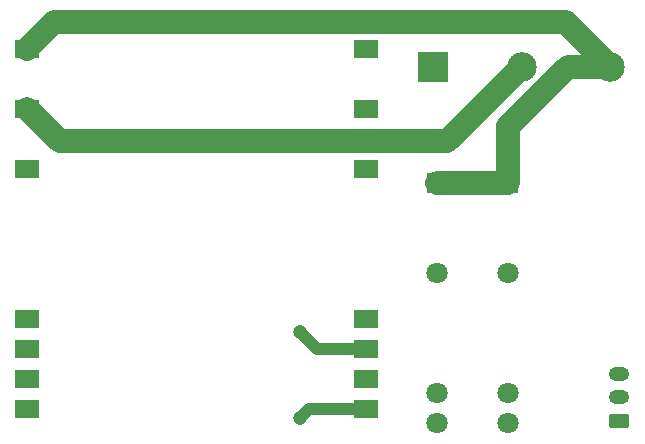
<source format=gbr>
%TF.GenerationSoftware,KiCad,Pcbnew,(6.0.9)*%
%TF.CreationDate,2024-07-13T20:48:36+02:00*%
%TF.ProjectId,pwr_sply,7077725f-7370-46c7-992e-6b696361645f,rev?*%
%TF.SameCoordinates,Original*%
%TF.FileFunction,Copper,L1,Top*%
%TF.FilePolarity,Positive*%
%FSLAX46Y46*%
G04 Gerber Fmt 4.6, Leading zero omitted, Abs format (unit mm)*
G04 Created by KiCad (PCBNEW (6.0.9)) date 2024-07-13 20:48:36*
%MOMM*%
%LPD*%
G01*
G04 APERTURE LIST*
G04 Aperture macros list*
%AMRoundRect*
0 Rectangle with rounded corners*
0 $1 Rounding radius*
0 $2 $3 $4 $5 $6 $7 $8 $9 X,Y pos of 4 corners*
0 Add a 4 corners polygon primitive as box body*
4,1,4,$2,$3,$4,$5,$6,$7,$8,$9,$2,$3,0*
0 Add four circle primitives for the rounded corners*
1,1,$1+$1,$2,$3*
1,1,$1+$1,$4,$5*
1,1,$1+$1,$6,$7*
1,1,$1+$1,$8,$9*
0 Add four rect primitives between the rounded corners*
20,1,$1+$1,$2,$3,$4,$5,0*
20,1,$1+$1,$4,$5,$6,$7,0*
20,1,$1+$1,$6,$7,$8,$9,0*
20,1,$1+$1,$8,$9,$2,$3,0*%
G04 Aperture macros list end*
%TA.AperFunction,ComponentPad*%
%ADD10R,1.800000X1.800000*%
%TD*%
%TA.AperFunction,ComponentPad*%
%ADD11C,1.800000*%
%TD*%
%TA.AperFunction,ComponentPad*%
%ADD12R,2.500000X2.500000*%
%TD*%
%TA.AperFunction,ComponentPad*%
%ADD13C,2.500000*%
%TD*%
%TA.AperFunction,ComponentPad*%
%ADD14RoundRect,0.250000X0.625000X-0.350000X0.625000X0.350000X-0.625000X0.350000X-0.625000X-0.350000X0*%
%TD*%
%TA.AperFunction,ComponentPad*%
%ADD15O,1.750000X1.200000*%
%TD*%
%TA.AperFunction,SMDPad,CuDef*%
%ADD16R,2.030000X1.500000*%
%TD*%
%TA.AperFunction,ViaPad*%
%ADD17C,1.200000*%
%TD*%
%TA.AperFunction,Conductor*%
%ADD18C,1.000000*%
%TD*%
%TA.AperFunction,Conductor*%
%ADD19C,2.000000*%
%TD*%
G04 APERTURE END LIST*
D10*
%TO.P,S2,1,OUT1*%
%TO.N,LINE*%
X92100000Y-84840000D03*
D11*
%TO.P,S2,2,OUT2*%
%TO.N,/pwr_out*%
X92100000Y-92460000D03*
%TO.P,S2,3,IN+*%
%TO.N,VCC*%
X92100000Y-102620000D03*
%TO.P,S2,4,IN-*%
%TO.N,Net-(D1-Pad2)*%
X92100000Y-105160000D03*
%TD*%
D10*
%TO.P,S1,1,OUT1*%
%TO.N,LINE*%
X86050000Y-84840000D03*
D11*
%TO.P,S1,2,OUT2*%
%TO.N,/pwr_out*%
X86050000Y-92460000D03*
%TO.P,S1,3,IN+*%
%TO.N,VCC*%
X86050000Y-102620000D03*
%TO.P,S1,4,IN-*%
%TO.N,Net-(D1-Pad2)*%
X86050000Y-105160000D03*
%TD*%
D12*
%TO.P,J1,1,Pin_1*%
%TO.N,/pwr_out*%
X85750000Y-75000000D03*
D13*
%TO.P,J1,2,Pin_2*%
%TO.N,NEUT*%
X93250000Y-75000000D03*
%TO.P,J1,3,Pin_3*%
%TO.N,LINE*%
X100750000Y-75000000D03*
%TD*%
D14*
%TO.P,J2,1,Pin_1*%
%TO.N,VCC*%
X101500000Y-105000000D03*
D15*
%TO.P,J2,2,Pin_2*%
%TO.N,GND*%
X101500000Y-103000000D03*
%TO.P,J2,3,Pin_3*%
%TO.N,/pwr_en*%
X101500000Y-101000000D03*
%TD*%
D16*
%TO.P,PS1,1,AC/L*%
%TO.N,LINE*%
X51400000Y-73510000D03*
%TO.P,PS1,3,AC/N*%
%TO.N,NEUT*%
X51400000Y-78590000D03*
%TO.P,PS1,5*%
%TO.N,N/C*%
X51400000Y-83670000D03*
%TO.P,PS1,10*%
X51400000Y-96370000D03*
%TO.P,PS1,11*%
X51400000Y-98910000D03*
%TO.P,PS1,12*%
X51400000Y-101450000D03*
%TO.P,PS1,13*%
X51400000Y-103990000D03*
%TO.P,PS1,14,-Vo*%
%TO.N,GND*%
X80100000Y-103990000D03*
%TO.P,PS1,15*%
%TO.N,N/C*%
X80100000Y-101450000D03*
%TO.P,PS1,16,+Vo*%
%TO.N,VCC*%
X80100000Y-98910000D03*
%TO.P,PS1,17*%
%TO.N,N/C*%
X80100000Y-96370000D03*
%TO.P,PS1,22*%
X80100000Y-83670000D03*
%TO.P,PS1,24*%
X80100000Y-78590000D03*
%TO.P,PS1,26*%
X80100000Y-73510000D03*
%TD*%
D17*
%TO.N,VCC*%
X74500000Y-97500000D03*
%TO.N,GND*%
X74500000Y-104750000D03*
%TD*%
D18*
%TO.N,VCC*%
X80100000Y-98910000D02*
X75910000Y-98910000D01*
X75910000Y-98910000D02*
X74500000Y-97500000D01*
%TO.N,GND*%
X80100000Y-103990000D02*
X75260000Y-103990000D01*
X75260000Y-103990000D02*
X74500000Y-104750000D01*
D19*
%TO.N,NEUT*%
X51400000Y-78590000D02*
X54150000Y-81340000D01*
X54150000Y-81340000D02*
X86910000Y-81340000D01*
X86910000Y-81340000D02*
X93250000Y-75000000D01*
%TO.N,LINE*%
X86050000Y-84840000D02*
X92100000Y-84840000D01*
X97010000Y-71260000D02*
X100750000Y-75000000D01*
X92100000Y-80039088D02*
X92100000Y-84840000D01*
X51400000Y-73510000D02*
X53650000Y-71260000D01*
X97139088Y-75000000D02*
X92100000Y-80039088D01*
X53650000Y-71260000D02*
X97010000Y-71260000D01*
X100750000Y-75000000D02*
X97139088Y-75000000D01*
%TD*%
M02*

</source>
